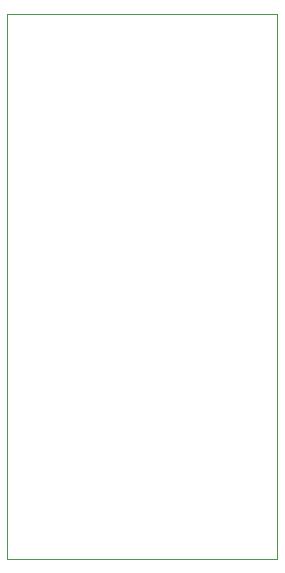
<source format=gbr>
%TF.GenerationSoftware,KiCad,Pcbnew,5.1.10-88a1d61d58~90~ubuntu20.04.1*%
%TF.CreationDate,2021-07-31T22:23:30+02:00*%
%TF.ProjectId,dwm_nano_shield,64776d5f-6e61-46e6-9f5f-736869656c64,rev?*%
%TF.SameCoordinates,Original*%
%TF.FileFunction,Profile,NP*%
%FSLAX46Y46*%
G04 Gerber Fmt 4.6, Leading zero omitted, Abs format (unit mm)*
G04 Created by KiCad (PCBNEW 5.1.10-88a1d61d58~90~ubuntu20.04.1) date 2021-07-31 22:23:30*
%MOMM*%
%LPD*%
G01*
G04 APERTURE LIST*
%TA.AperFunction,Profile*%
%ADD10C,0.100000*%
%TD*%
G04 APERTURE END LIST*
D10*
X135636000Y-62484000D02*
X135636000Y-108585000D01*
X158496000Y-62484000D02*
X135636000Y-62484000D01*
X158496000Y-108585000D02*
X158496000Y-62484000D01*
X135636000Y-108585000D02*
X158496000Y-108585000D01*
M02*

</source>
